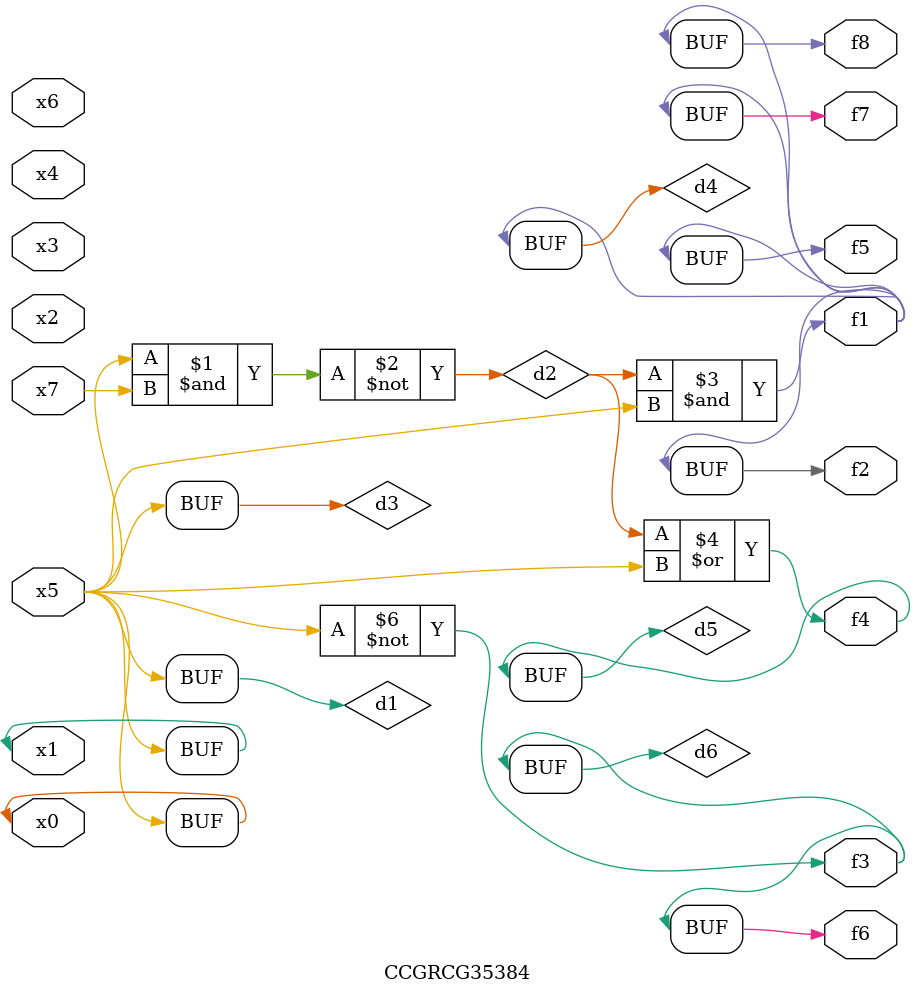
<source format=v>
module CCGRCG35384(
	input x0, x1, x2, x3, x4, x5, x6, x7,
	output f1, f2, f3, f4, f5, f6, f7, f8
);

	wire d1, d2, d3, d4, d5, d6;

	buf (d1, x0, x5);
	nand (d2, x5, x7);
	buf (d3, x0, x1);
	and (d4, d2, d3);
	or (d5, d2, d3);
	nor (d6, d1, d3);
	assign f1 = d4;
	assign f2 = d4;
	assign f3 = d6;
	assign f4 = d5;
	assign f5 = d4;
	assign f6 = d6;
	assign f7 = d4;
	assign f8 = d4;
endmodule

</source>
